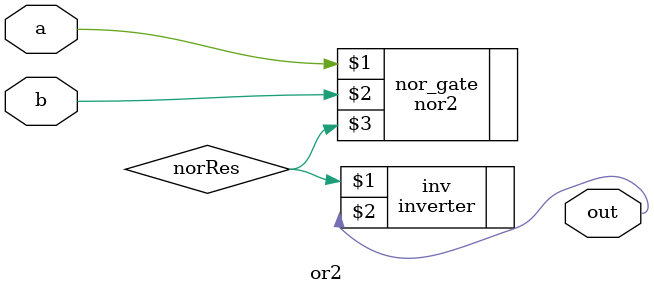
<source format=v>
module or2(
    input a,
    input b,
    output out
);

wire norRes;

nor2 nor_gate(a, b, norRes);
inverter inv(norRes, out);

endmodule
</source>
